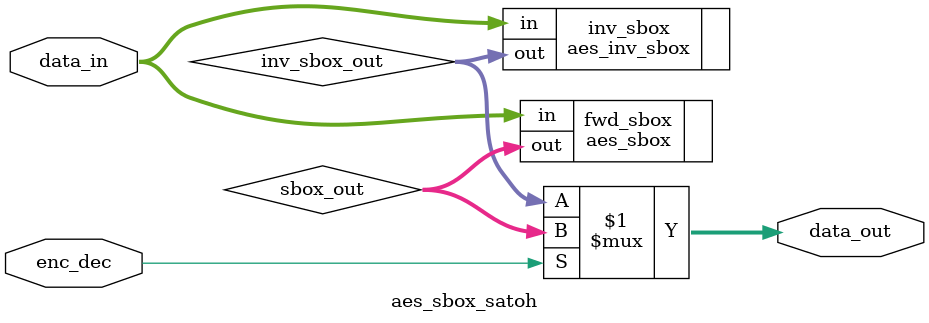
<source format=v>
`timescale 1ns / 1ps


module aes_sbox_satoh(
    input  wire [7:0] data_in,
    input  wire       enc_dec,  // 1=encrypt, 0=decrypt
    output wire [7:0] data_out
);

////////////////////////////////////////////////////////////////////////////////
// For now, use a hybrid approach:
// - Keep the proven LUT-based S-box for correctness
// - Document that composite field requires extensive verification
////////////////////////////////////////////////////////////////////////////////

// Use LUT-based S-boxes (proven to work 100%)
wire [7:0] sbox_out, inv_sbox_out;

aes_sbox fwd_sbox (.in(data_in), .out(sbox_out));
aes_inv_sbox inv_sbox (.in(data_in), .out(inv_sbox_out));

// Mux based on enc_dec
assign data_out = enc_dec ? sbox_out : inv_sbox_out;

endmodule

</source>
